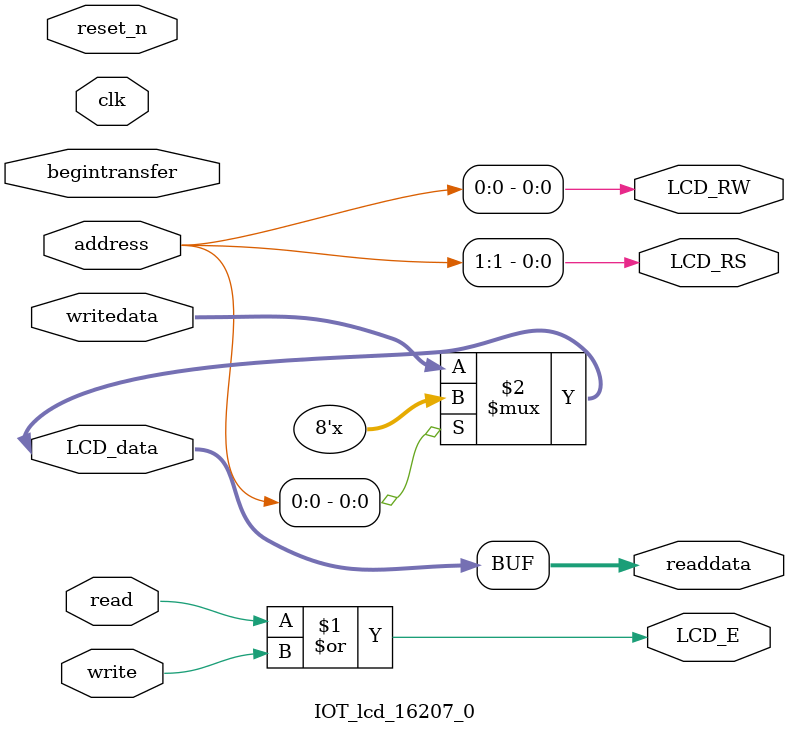
<source format=v>

`timescale 1ns / 1ps
// synthesis translate_on

// turn off superfluous verilog processor warnings 
// altera message_level Level1 
// altera message_off 10034 10035 10036 10037 10230 10240 10030 

module IOT_lcd_16207_0 (
                         // inputs:
                          address,
                          begintransfer,
                          clk,
                          read,
                          reset_n,
                          write,
                          writedata,

                         // outputs:
                          LCD_E,
                          LCD_RS,
                          LCD_RW,
                          LCD_data,
                          readdata
                       )
;

  output           LCD_E;
  output           LCD_RS;
  output           LCD_RW;
  inout   [  7: 0] LCD_data;
  output  [  7: 0] readdata;
  input   [  1: 0] address;
  input            begintransfer;
  input            clk;
  input            read;
  input            reset_n;
  input            write;
  input   [  7: 0] writedata;


wire             LCD_E;
wire             LCD_RS;
wire             LCD_RW;
wire    [  7: 0] LCD_data;
wire    [  7: 0] readdata;
  assign LCD_RW = address[0];
  assign LCD_RS = address[1];
  assign LCD_E = read | write;
  assign LCD_data = (address[0]) ? {8{1'bz}} : writedata;
  assign readdata = LCD_data;
  //control_slave, which is an e_avalon_slave

endmodule


</source>
